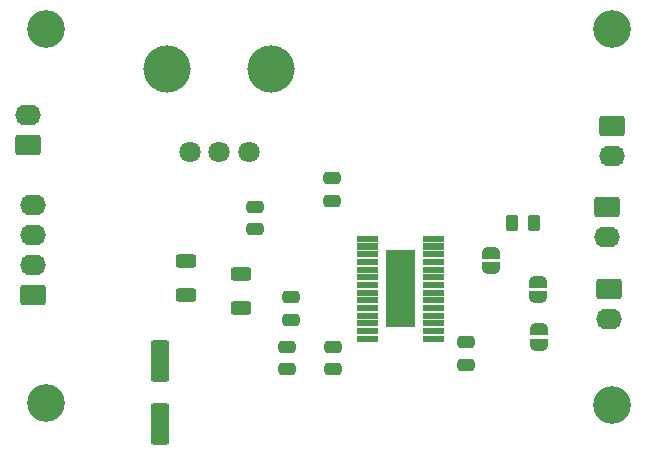
<source format=gbr>
%TF.GenerationSoftware,KiCad,Pcbnew,8.0.5*%
%TF.CreationDate,2025-03-31T18:24:30-05:00*%
%TF.ProjectId,new_MotorDriver_v1.5_NEW,6e65775f-4d6f-4746-9f72-447269766572,rev?*%
%TF.SameCoordinates,Original*%
%TF.FileFunction,Soldermask,Top*%
%TF.FilePolarity,Negative*%
%FSLAX46Y46*%
G04 Gerber Fmt 4.6, Leading zero omitted, Abs format (unit mm)*
G04 Created by KiCad (PCBNEW 8.0.5) date 2025-03-31 18:24:30*
%MOMM*%
%LPD*%
G01*
G04 APERTURE LIST*
G04 Aperture macros list*
%AMRoundRect*
0 Rectangle with rounded corners*
0 $1 Rounding radius*
0 $2 $3 $4 $5 $6 $7 $8 $9 X,Y pos of 4 corners*
0 Add a 4 corners polygon primitive as box body*
4,1,4,$2,$3,$4,$5,$6,$7,$8,$9,$2,$3,0*
0 Add four circle primitives for the rounded corners*
1,1,$1+$1,$2,$3*
1,1,$1+$1,$4,$5*
1,1,$1+$1,$6,$7*
1,1,$1+$1,$8,$9*
0 Add four rect primitives between the rounded corners*
20,1,$1+$1,$2,$3,$4,$5,0*
20,1,$1+$1,$4,$5,$6,$7,0*
20,1,$1+$1,$6,$7,$8,$9,0*
20,1,$1+$1,$8,$9,$2,$3,0*%
%AMFreePoly0*
4,1,19,0.500000,-0.750000,0.000000,-0.750000,0.000000,-0.744911,-0.071157,-0.744911,-0.207708,-0.704816,-0.327430,-0.627875,-0.420627,-0.520320,-0.479746,-0.390866,-0.500000,-0.250000,-0.500000,0.250000,-0.479746,0.390866,-0.420627,0.520320,-0.327430,0.627875,-0.207708,0.704816,-0.071157,0.744911,0.000000,0.744911,0.000000,0.750000,0.500000,0.750000,0.500000,-0.750000,0.500000,-0.750000,
$1*%
%AMFreePoly1*
4,1,19,0.000000,0.744911,0.071157,0.744911,0.207708,0.704816,0.327430,0.627875,0.420627,0.520320,0.479746,0.390866,0.500000,0.250000,0.500000,-0.250000,0.479746,-0.390866,0.420627,-0.520320,0.327430,-0.627875,0.207708,-0.704816,0.071157,-0.744911,0.000000,-0.744911,0.000000,-0.750000,-0.500000,-0.750000,-0.500000,0.750000,0.000000,0.750000,0.000000,0.744911,0.000000,0.744911,
$1*%
G04 Aperture macros list end*
%ADD10C,0.010000*%
%ADD11RoundRect,0.250000X-0.550000X1.500000X-0.550000X-1.500000X0.550000X-1.500000X0.550000X1.500000X0*%
%ADD12RoundRect,0.250000X0.845000X-0.620000X0.845000X0.620000X-0.845000X0.620000X-0.845000X-0.620000X0*%
%ADD13O,2.190000X1.740000*%
%ADD14RoundRect,0.250000X-0.625000X0.312500X-0.625000X-0.312500X0.625000X-0.312500X0.625000X0.312500X0*%
%ADD15RoundRect,0.250000X-0.845000X0.620000X-0.845000X-0.620000X0.845000X-0.620000X0.845000X0.620000X0*%
%ADD16C,3.200000*%
%ADD17RoundRect,0.250000X-0.262500X-0.450000X0.262500X-0.450000X0.262500X0.450000X-0.262500X0.450000X0*%
%ADD18RoundRect,0.250000X-0.475000X0.250000X-0.475000X-0.250000X0.475000X-0.250000X0.475000X0.250000X0*%
%ADD19FreePoly0,270.000000*%
%ADD20FreePoly1,270.000000*%
%ADD21FreePoly0,90.000000*%
%ADD22FreePoly1,90.000000*%
%ADD23RoundRect,0.250000X0.475000X-0.250000X0.475000X0.250000X-0.475000X0.250000X-0.475000X-0.250000X0*%
%ADD24C,4.000000*%
%ADD25C,1.800000*%
G04 APERTURE END LIST*
D10*
%TO.C,U1*%
X85870000Y-65670000D02*
X84130000Y-65670000D01*
X84130000Y-65230000D01*
X85870000Y-65230000D01*
X85870000Y-65670000D01*
G36*
X85870000Y-65670000D02*
G01*
X84130000Y-65670000D01*
X84130000Y-65230000D01*
X85870000Y-65230000D01*
X85870000Y-65670000D01*
G37*
X85870000Y-65020000D02*
X84130000Y-65020000D01*
X84130000Y-64580000D01*
X85870000Y-64580000D01*
X85870000Y-65020000D01*
G36*
X85870000Y-65020000D02*
G01*
X84130000Y-65020000D01*
X84130000Y-64580000D01*
X85870000Y-64580000D01*
X85870000Y-65020000D01*
G37*
X85870000Y-64370000D02*
X84130000Y-64370000D01*
X84130000Y-63930000D01*
X85870000Y-63930000D01*
X85870000Y-64370000D01*
G36*
X85870000Y-64370000D02*
G01*
X84130000Y-64370000D01*
X84130000Y-63930000D01*
X85870000Y-63930000D01*
X85870000Y-64370000D01*
G37*
X85870000Y-63720000D02*
X84130000Y-63720000D01*
X84130000Y-63280000D01*
X85870000Y-63280000D01*
X85870000Y-63720000D01*
G36*
X85870000Y-63720000D02*
G01*
X84130000Y-63720000D01*
X84130000Y-63280000D01*
X85870000Y-63280000D01*
X85870000Y-63720000D01*
G37*
X85870000Y-63070000D02*
X84130000Y-63070000D01*
X84130000Y-62630000D01*
X85870000Y-62630000D01*
X85870000Y-63070000D01*
G36*
X85870000Y-63070000D02*
G01*
X84130000Y-63070000D01*
X84130000Y-62630000D01*
X85870000Y-62630000D01*
X85870000Y-63070000D01*
G37*
X85870000Y-62420000D02*
X84130000Y-62420000D01*
X84130000Y-61980000D01*
X85870000Y-61980000D01*
X85870000Y-62420000D01*
G36*
X85870000Y-62420000D02*
G01*
X84130000Y-62420000D01*
X84130000Y-61980000D01*
X85870000Y-61980000D01*
X85870000Y-62420000D01*
G37*
X85870000Y-61770000D02*
X84130000Y-61770000D01*
X84130000Y-61330000D01*
X85870000Y-61330000D01*
X85870000Y-61770000D01*
G36*
X85870000Y-61770000D02*
G01*
X84130000Y-61770000D01*
X84130000Y-61330000D01*
X85870000Y-61330000D01*
X85870000Y-61770000D01*
G37*
X85870000Y-61120000D02*
X84130000Y-61120000D01*
X84130000Y-60680000D01*
X85870000Y-60680000D01*
X85870000Y-61120000D01*
G36*
X85870000Y-61120000D02*
G01*
X84130000Y-61120000D01*
X84130000Y-60680000D01*
X85870000Y-60680000D01*
X85870000Y-61120000D01*
G37*
X85870000Y-60470000D02*
X84130000Y-60470000D01*
X84130000Y-60030000D01*
X85870000Y-60030000D01*
X85870000Y-60470000D01*
G36*
X85870000Y-60470000D02*
G01*
X84130000Y-60470000D01*
X84130000Y-60030000D01*
X85870000Y-60030000D01*
X85870000Y-60470000D01*
G37*
X85870000Y-59820000D02*
X84130000Y-59820000D01*
X84130000Y-59380000D01*
X85870000Y-59380000D01*
X85870000Y-59820000D01*
G36*
X85870000Y-59820000D02*
G01*
X84130000Y-59820000D01*
X84130000Y-59380000D01*
X85870000Y-59380000D01*
X85870000Y-59820000D01*
G37*
X85870000Y-59170000D02*
X84130000Y-59170000D01*
X84130000Y-58730000D01*
X85870000Y-58730000D01*
X85870000Y-59170000D01*
G36*
X85870000Y-59170000D02*
G01*
X84130000Y-59170000D01*
X84130000Y-58730000D01*
X85870000Y-58730000D01*
X85870000Y-59170000D01*
G37*
X85870000Y-58520000D02*
X84130000Y-58520000D01*
X84130000Y-58080000D01*
X85870000Y-58080000D01*
X85870000Y-58520000D01*
G36*
X85870000Y-58520000D02*
G01*
X84130000Y-58520000D01*
X84130000Y-58080000D01*
X85870000Y-58080000D01*
X85870000Y-58520000D01*
G37*
X85870000Y-57870000D02*
X84130000Y-57870000D01*
X84130000Y-57430000D01*
X85870000Y-57430000D01*
X85870000Y-57870000D01*
G36*
X85870000Y-57870000D02*
G01*
X84130000Y-57870000D01*
X84130000Y-57430000D01*
X85870000Y-57430000D01*
X85870000Y-57870000D01*
G37*
X85870000Y-57220000D02*
X84130000Y-57220000D01*
X84130000Y-56780000D01*
X85870000Y-56780000D01*
X85870000Y-57220000D01*
G36*
X85870000Y-57220000D02*
G01*
X84130000Y-57220000D01*
X84130000Y-56780000D01*
X85870000Y-56780000D01*
X85870000Y-57220000D01*
G37*
X83400000Y-64455000D02*
X81000000Y-64455000D01*
X81000000Y-57995000D01*
X83400000Y-57995000D01*
X83400000Y-64455000D01*
G36*
X83400000Y-64455000D02*
G01*
X81000000Y-64455000D01*
X81000000Y-57995000D01*
X83400000Y-57995000D01*
X83400000Y-64455000D01*
G37*
X80270000Y-65670000D02*
X78530000Y-65670000D01*
X78530000Y-65230000D01*
X80270000Y-65230000D01*
X80270000Y-65670000D01*
G36*
X80270000Y-65670000D02*
G01*
X78530000Y-65670000D01*
X78530000Y-65230000D01*
X80270000Y-65230000D01*
X80270000Y-65670000D01*
G37*
X80270000Y-65020000D02*
X78530000Y-65020000D01*
X78530000Y-64580000D01*
X80270000Y-64580000D01*
X80270000Y-65020000D01*
G36*
X80270000Y-65020000D02*
G01*
X78530000Y-65020000D01*
X78530000Y-64580000D01*
X80270000Y-64580000D01*
X80270000Y-65020000D01*
G37*
X80270000Y-64370000D02*
X78530000Y-64370000D01*
X78530000Y-63930000D01*
X80270000Y-63930000D01*
X80270000Y-64370000D01*
G36*
X80270000Y-64370000D02*
G01*
X78530000Y-64370000D01*
X78530000Y-63930000D01*
X80270000Y-63930000D01*
X80270000Y-64370000D01*
G37*
X80270000Y-63720000D02*
X78530000Y-63720000D01*
X78530000Y-63280000D01*
X80270000Y-63280000D01*
X80270000Y-63720000D01*
G36*
X80270000Y-63720000D02*
G01*
X78530000Y-63720000D01*
X78530000Y-63280000D01*
X80270000Y-63280000D01*
X80270000Y-63720000D01*
G37*
X80270000Y-63070000D02*
X78530000Y-63070000D01*
X78530000Y-62630000D01*
X80270000Y-62630000D01*
X80270000Y-63070000D01*
G36*
X80270000Y-63070000D02*
G01*
X78530000Y-63070000D01*
X78530000Y-62630000D01*
X80270000Y-62630000D01*
X80270000Y-63070000D01*
G37*
X80270000Y-62420000D02*
X78530000Y-62420000D01*
X78530000Y-61980000D01*
X80270000Y-61980000D01*
X80270000Y-62420000D01*
G36*
X80270000Y-62420000D02*
G01*
X78530000Y-62420000D01*
X78530000Y-61980000D01*
X80270000Y-61980000D01*
X80270000Y-62420000D01*
G37*
X80270000Y-61770000D02*
X78530000Y-61770000D01*
X78530000Y-61330000D01*
X80270000Y-61330000D01*
X80270000Y-61770000D01*
G36*
X80270000Y-61770000D02*
G01*
X78530000Y-61770000D01*
X78530000Y-61330000D01*
X80270000Y-61330000D01*
X80270000Y-61770000D01*
G37*
X80270000Y-61120000D02*
X78530000Y-61120000D01*
X78530000Y-60680000D01*
X80270000Y-60680000D01*
X80270000Y-61120000D01*
G36*
X80270000Y-61120000D02*
G01*
X78530000Y-61120000D01*
X78530000Y-60680000D01*
X80270000Y-60680000D01*
X80270000Y-61120000D01*
G37*
X80270000Y-60470000D02*
X78530000Y-60470000D01*
X78530000Y-60030000D01*
X80270000Y-60030000D01*
X80270000Y-60470000D01*
G36*
X80270000Y-60470000D02*
G01*
X78530000Y-60470000D01*
X78530000Y-60030000D01*
X80270000Y-60030000D01*
X80270000Y-60470000D01*
G37*
X80270000Y-59820000D02*
X78530000Y-59820000D01*
X78530000Y-59380000D01*
X80270000Y-59380000D01*
X80270000Y-59820000D01*
G36*
X80270000Y-59820000D02*
G01*
X78530000Y-59820000D01*
X78530000Y-59380000D01*
X80270000Y-59380000D01*
X80270000Y-59820000D01*
G37*
X80270000Y-59170000D02*
X78530000Y-59170000D01*
X78530000Y-58730000D01*
X80270000Y-58730000D01*
X80270000Y-59170000D01*
G36*
X80270000Y-59170000D02*
G01*
X78530000Y-59170000D01*
X78530000Y-58730000D01*
X80270000Y-58730000D01*
X80270000Y-59170000D01*
G37*
X80270000Y-58520000D02*
X78530000Y-58520000D01*
X78530000Y-58080000D01*
X80270000Y-58080000D01*
X80270000Y-58520000D01*
G36*
X80270000Y-58520000D02*
G01*
X78530000Y-58520000D01*
X78530000Y-58080000D01*
X80270000Y-58080000D01*
X80270000Y-58520000D01*
G37*
X80270000Y-57870000D02*
X78530000Y-57870000D01*
X78530000Y-57430000D01*
X80270000Y-57430000D01*
X80270000Y-57870000D01*
G36*
X80270000Y-57870000D02*
G01*
X78530000Y-57870000D01*
X78530000Y-57430000D01*
X80270000Y-57430000D01*
X80270000Y-57870000D01*
G37*
X80270000Y-57220000D02*
X78530000Y-57220000D01*
X78530000Y-56780000D01*
X80270000Y-56780000D01*
X80270000Y-57220000D01*
G36*
X80270000Y-57220000D02*
G01*
X78530000Y-57220000D01*
X78530000Y-56780000D01*
X80270000Y-56780000D01*
X80270000Y-57220000D01*
G37*
%TD*%
D11*
%TO.C,C2*%
X61874400Y-67353200D03*
X61874400Y-72753200D03*
%TD*%
D12*
%TO.C,12V IN*%
X50720000Y-49070000D03*
D13*
X50720000Y-46530000D03*
%TD*%
D14*
%TO.C,R1*%
X68700000Y-59975000D03*
X68700000Y-62900000D03*
%TD*%
D15*
%TO.C,J1*%
X99700000Y-54300000D03*
D13*
X99700000Y-56840000D03*
%TD*%
D16*
%TO.C,H3*%
X100100000Y-39300000D03*
%TD*%
%TO.C,H1*%
X52200000Y-39300000D03*
%TD*%
D17*
%TO.C,R3*%
X91675000Y-55700000D03*
X93500000Y-55700000D03*
%TD*%
D18*
%TO.C,C7*%
X72600000Y-66200000D03*
X72600000Y-68100000D03*
%TD*%
D19*
%TO.C,JP1*%
X94000000Y-64700000D03*
D20*
X94000000Y-66000000D03*
%TD*%
D21*
%TO.C,JP3*%
X89900000Y-59500000D03*
D22*
X89900000Y-58200000D03*
%TD*%
D23*
%TO.C,C4*%
X69900000Y-56200000D03*
X69900000Y-54300000D03*
%TD*%
D18*
%TO.C,C5*%
X76500000Y-66200000D03*
X76500000Y-68100000D03*
%TD*%
D12*
%TO.C,Motor Conn*%
X51120000Y-61810000D03*
D13*
X51120000Y-59270000D03*
X51120000Y-56730000D03*
X51120000Y-54190000D03*
%TD*%
D14*
%TO.C,R2*%
X64100000Y-58900000D03*
X64100000Y-61825000D03*
%TD*%
D16*
%TO.C,H4*%
X52200000Y-70900000D03*
%TD*%
D23*
%TO.C,C9*%
X87800000Y-67700000D03*
X87800000Y-65800000D03*
%TD*%
D24*
%TO.C,Potentiometer*%
X62500000Y-42700000D03*
X71300000Y-42700000D03*
D25*
X69400000Y-49700000D03*
X66900000Y-49700000D03*
X64400000Y-49700000D03*
%TD*%
D15*
%TO.C,J2*%
X99900000Y-61300000D03*
D13*
X99900000Y-63840000D03*
%TD*%
D18*
%TO.C,C3*%
X76400000Y-51900000D03*
X76400000Y-53800000D03*
%TD*%
%TO.C,C8*%
X73000000Y-62000000D03*
X73000000Y-63900000D03*
%TD*%
D16*
%TO.C,H2*%
X100100000Y-71100000D03*
%TD*%
D21*
%TO.C,JP2*%
X93900000Y-62000000D03*
D22*
X93900000Y-60700000D03*
%TD*%
D15*
%TO.C,J3*%
X100100000Y-47500000D03*
D13*
X100100000Y-50040000D03*
%TD*%
M02*

</source>
